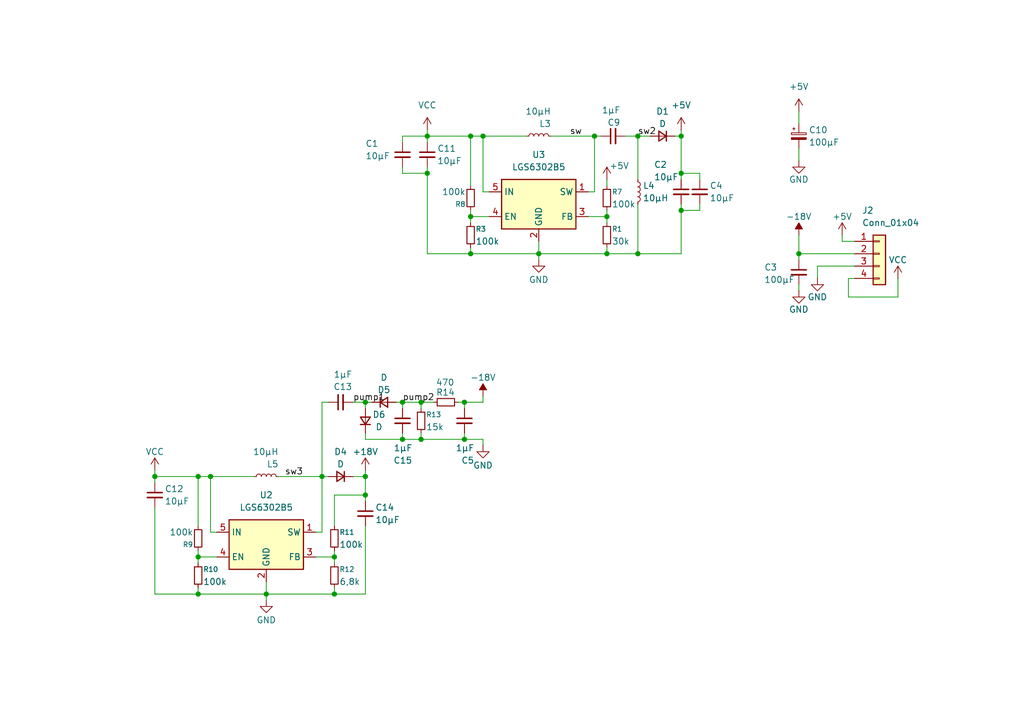
<source format=kicad_sch>
(kicad_sch (version 20250114) (generator "eeschema") (generator_version "9.0")
  (paper "A5")
  (lib_symbols
    (symbol "Connector_Generic:Conn_01x04" (pin_names (offset 1.016) (hide yes))
      (property "Reference" "J" (at 0 5.08 0))
      (property "Value" "Conn_01x04" (at 0 -7.62 0))
      (symbol "Conn_01x04_1_1"
        (rectangle (start -1.27 3.81) (end 1.27 -6.35) (stroke (width 0.254)) (fill (type background)))
        (rectangle (start -1.27 2.667) (end 0 2.413) (stroke (width 0.1524)))
        (rectangle (start -1.27 0.127) (end 0 -0.127) (stroke (width 0.1524)))
        (rectangle (start -1.27 -2.413) (end 0 -2.667) (stroke (width 0.1524)))
        (rectangle (start -1.27 -4.953) (end 0 -5.207) (stroke (width 0.1524)))
        (pin passive line (at -5.08 2.54 0) (length 3.81) (name "Pin_1") (number "1"))
        (pin passive line (at -5.08 0 0) (length 3.81) (name "Pin_2") (number "2"))
        (pin passive line (at -5.08 -2.54 0) (length 3.81) (name "Pin_3") (number "3"))
        (pin passive line (at -5.08 -5.08 0) (length 3.81) (name "Pin_4") (number "4"))
      )
    )
    (symbol "Device:C_Polarized_Small" (pin_numbers (hide yes)) (pin_names (offset 0.254) (hide yes))
      (property "Reference" "C" (at 0.254 1.778 0))
      (property "Value" "C_Polarized_Small" (at 0.254 -2.032 0))
      (symbol "C_Polarized_Small_0_1"
        (rectangle (start -1.524 0.6858) (end 1.524 0.3048))
        (rectangle (start -1.524 -0.3048) (end 1.524 -0.6858) (fill (type outline)))
        (polyline (pts (xy -1.27 1.524) (xy -0.762 1.524)))
        (polyline (pts (xy -1.016 1.27) (xy -1.016 1.778)))
      )
      (symbol "C_Polarized_Small_1_1"
        (pin passive line (at 0 2.54 270) (length 1.8542) (name "~") (number "1"))
        (pin passive line (at 0 -2.54 90) (length 1.8542) (name "~") (number "2"))
      )
    )
    (symbol "Device:C_Small" (pin_numbers (hide yes)) (pin_names (offset 0.254) (hide yes))
      (property "Reference" "C" (at 0.254 1.778 0))
      (property "Value" "C_Small" (at 0.254 -2.032 0))
      (symbol "C_Small_0_1"
        (polyline (pts (xy -1.524 0.508) (xy 1.524 0.508)) (stroke (width 0.3048)))
        (polyline (pts (xy -1.524 -0.508) (xy 1.524 -0.508)) (stroke (width 0.3302)))
      )
      (symbol "C_Small_1_1"
        (pin passive line (at 0 2.54 270) (length 2.032) (name "~") (number "1"))
        (pin passive line (at 0 -2.54 90) (length 2.032) (name "~") (number "2"))
      )
    )
    (symbol "Device:D_Small" (pin_numbers (hide yes)) (pin_names (offset 0.254) (hide yes))
      (property "Reference" "D" (at -1.27 2.032 0))
      (property "Value" "D_Small" (at -3.81 -2.032 0))
      (symbol "D_Small_0_1"
        (polyline (pts (xy -0.762 0) (xy 0.762 0)))
        (polyline (pts (xy -0.762 -1.016) (xy -0.762 1.016)) (stroke (width 0.254)))
        (polyline (pts (xy 0.762 -1.016) (xy -0.762 0) (xy 0.762 1.016) (xy 0.762 -1.016)) (stroke (width 0.254)))
      )
      (symbol "D_Small_1_1"
        (pin passive line (at -2.54 0 0) (length 1.778) (name "K") (number "1"))
        (pin passive line (at 2.54 0 180) (length 1.778) (name "A") (number "2"))
      )
    )
    (symbol "Device:L_Small" (pin_numbers (hide yes)) (pin_names (offset 0.254) (hide yes))
      (property "Reference" "L" (at 0.762 1.016 0))
      (property "Value" "L_Small" (at 0.762 -1.016 0))
      (symbol "L_Small_0_1"
        (arc (start 0 2.032) (mid 0.5058 1.524) (end 0 1.016))
        (arc (start 0 1.016) (mid 0.5058 0.508) (end 0 0))
        (arc (start 0 0) (mid 0.5058 -0.508) (end 0 -1.016))
        (arc (start 0 -1.016) (mid 0.5058 -1.524) (end 0 -2.032))
      )
      (symbol "L_Small_1_1"
        (pin passive line (at 0 2.54 270) (length 0.508) (name "~") (number "1"))
        (pin passive line (at 0 -2.54 90) (length 0.508) (name "~") (number "2"))
      )
    )
    (symbol "Device:R_Small" (pin_numbers (hide yes)) (pin_names (offset 0.254) (hide yes))
      (property "Reference" "R" (at 0 0 90))
      (property "Value" "R_Small" (at 1.778 0 90))
      (symbol "R_Small_0_1"
        (rectangle (start -0.762 1.778) (end 0.762 -1.778) (stroke (width 0.2032)))
      )
      (symbol "R_Small_1_1"
        (pin passive line (at 0 2.54 270) (length 0.762) (name "~") (number "1"))
        (pin passive line (at 0 -2.54 90) (length 0.762) (name "~") (number "2"))
      )
    )
    (symbol "GND_1" (power) (pin_numbers (hide yes)) (pin_names (offset 0) (hide yes))
      (property "Value" "GND" (at 0 -3.81 0))
      (symbol "GND_1_0_1"
        (polyline (pts (xy 0 0) (xy 0 -1.27) (xy 1.27 -1.27) (xy 0 -2.54) (xy -1.27 -1.27) (xy 0 -1.27)))
      )
      (symbol "GND_1_1_1"
        (pin power_in line (at 0 0 270) (length 0) (name "~") (number "1"))
      )
    )
    (symbol "Regulator_Switching:LGS6302B5"
      (property "Reference" "U" (at -7.62 6.35 0))
      (property "Value" "LGS6302B5" (at 2.54 6.35 0))
      (symbol "LGS6302B5_0_1"
        (rectangle (start -7.62 5.08) (end 7.62 -5.08) (stroke (width 0.254)) (fill (type background)))
      )
      (symbol "LGS6302B5_1_1"
        (pin power_in line (at -10.16 2.54 0) (length 2.54) (name "IN") (number "5"))
        (pin input line (at -10.16 -2.54 0) (length 2.54) (name "EN") (number "4"))
        (pin power_in line (at 0 -7.62 90) (length 2.54) (name "GND") (number "2"))
        (pin output line (at 10.16 2.54 180) (length 2.54) (name "SW") (number "1"))
        (pin input line (at 10.16 -2.54 180) (length 2.54) (name "FB") (number "3"))
      )
    )
    (symbol "VCC_1" (power) (pin_numbers (hide yes)) (pin_names (offset 0) (hide yes))
      (property "Value" "VCC" (at 0 3.556 0))
      (symbol "VCC_1_0_1"
        (polyline (pts (xy -0.762 1.27) (xy 0 2.54)))
        (polyline (pts (xy 0 2.54) (xy 0.762 1.27)))
        (polyline (pts (xy 0 0) (xy 0 2.54)))
      )
      (symbol "VCC_1_1_1"
        (pin power_in line (at 0 0 90) (length 0) (name "~") (number "1"))
      )
    )
    (symbol "power:+1V0" (power) (pin_numbers (hide yes)) (pin_names (offset 0) (hide yes))
      (property "Value" "+1V0" (at 0 3.556 0))
      (symbol "+1V0_0_1"
        (polyline (pts (xy -0.762 1.27) (xy 0 2.54)))
        (polyline (pts (xy 0 2.54) (xy 0.762 1.27)))
        (polyline (pts (xy 0 0) (xy 0 2.54)))
      )
      (symbol "+1V0_1_1"
        (pin power_in line (at 0 0 90) (length 0) (name "~") (number "1"))
      )
    )
    (symbol "power:+5V" (power) (pin_numbers (hide yes)) (pin_names (offset 0) (hide yes))
      (property "Value" "+5V" (at 0 3.556 0))
      (symbol "+5V_0_1"
        (polyline (pts (xy -0.762 1.27) (xy 0 2.54)))
        (polyline (pts (xy 0 2.54) (xy 0.762 1.27)))
        (polyline (pts (xy 0 0) (xy 0 2.54)))
      )
      (symbol "+5V_1_1"
        (pin power_in line (at 0 0 90) (length 0) (name "~") (number "1"))
      )
    )
    (symbol "power:-15V" (power) (pin_numbers (hide yes)) (pin_names (offset 0) (hide yes))
      (property "Value" "-15V" (at 0 3.556 0))
      (symbol "-15V_0_0"
        (pin power_in line (at 0 0 90) (length 0) (name "~") (number "1"))
      )
      (symbol "-15V_0_1"
        (polyline (pts (xy 0 0) (xy 0 1.27) (xy 0.762 1.27) (xy 0 2.54) (xy -0.762 1.27) (xy 0 1.27)) (fill (type outline)))
      )
    )
  )
  (junction (at 43.18 97.79))
  (junction (at 96.52 52.07))
  (junction (at 82.55 90.17))
  (junction (at 139.7 43.18))
  (junction (at 95.25 90.17))
  (junction (at 68.58 121.92))
  (junction (at 74.93 82.55))
  (junction (at 124.46 44.45))
  (junction (at 110.49 52.07))
  (junction (at 68.58 114.3))
  (junction (at 66.04 97.79))
  (junction (at 54.61 121.92))
  (junction (at 87.63 27.94))
  (junction (at 99.06 27.94))
  (junction (at 86.36 82.55))
  (junction (at 40.64 114.3))
  (junction (at 95.25 82.55))
  (junction (at 82.55 82.55))
  (junction (at 31.75 97.79))
  (junction (at 74.93 97.79))
  (junction (at 87.63 35.56))
  (junction (at 40.64 121.92))
  (junction (at 139.7 27.94))
  (junction (at 124.46 52.07))
  (junction (at 139.7 35.56))
  (junction (at 163.83 52.07))
  (junction (at 96.52 44.45))
  (junction (at 86.36 90.17))
  (junction (at 96.52 27.94))
  (junction (at 130.81 27.94))
  (junction (at 40.64 97.79))
  (junction (at 121.92 27.94))
  (junction (at 130.81 52.07))
  (junction (at 74.93 101.6))
  (wire (pts (xy 173.99 57.15) (xy 175.26 57.15)))
  (wire (pts (xy 82.55 35.56) (xy 87.63 35.56)))
  (wire (pts (xy 82.55 90.17) (xy 86.36 90.17)))
  (wire (pts (xy 99.06 90.17) (xy 99.06 91.44)))
  (wire (pts (xy 163.83 52.07) (xy 175.26 52.07)))
  (wire (pts (xy 40.64 114.3) (xy 44.45 114.3)))
  (wire (pts (xy 31.75 104.14) (xy 31.75 121.92)))
  (wire (pts (xy 173.99 60.96) (xy 184.15 60.96)))
  (wire (pts (xy 54.61 121.92) (xy 54.61 123.19)))
  (wire (pts (xy 87.63 27.94) (xy 96.52 27.94)))
  (wire (pts (xy 54.61 121.92) (xy 68.58 121.92)))
  (wire (pts (xy 100.33 39.37) (xy 99.06 39.37)))
  (wire (pts (xy 72.39 82.55) (xy 74.93 82.55)))
  (wire (pts (xy 139.7 43.18) (xy 143.51 43.18)))
  (wire (pts (xy 124.46 43.18) (xy 124.46 44.45)))
  (wire (pts (xy 74.93 97.79) (xy 74.93 101.6)))
  (wire (pts (xy 96.52 50.8) (xy 96.52 52.07)))
  (wire (pts (xy 43.18 97.79) (xy 52.07 97.79)))
  (wire (pts (xy 66.04 97.79) (xy 67.31 97.79)))
  (wire (pts (xy 95.25 90.17) (xy 99.06 90.17)))
  (wire (pts (xy 74.93 82.55) (xy 74.93 83.82)))
  (wire (pts (xy 163.83 48.26) (xy 163.83 52.07)))
  (wire (pts (xy 167.64 57.15) (xy 167.64 54.61)))
  (wire (pts (xy 40.64 121.92) (xy 54.61 121.92)))
  (wire (pts (xy 87.63 29.21) (xy 87.63 27.94)))
  (wire (pts (xy 143.51 36.83) (xy 143.51 35.56)))
  (wire (pts (xy 44.45 109.22) (xy 43.18 109.22)))
  (wire (pts (xy 86.36 83.82) (xy 86.36 82.55)))
  (wire (pts (xy 124.46 52.07) (xy 130.81 52.07)))
  (wire (pts (xy 81.28 82.55) (xy 82.55 82.55)))
  (wire (pts (xy 163.83 58.42) (xy 163.83 59.69)))
  (wire (pts (xy 74.93 121.92) (xy 68.58 121.92)))
  (wire (pts (xy 139.7 27.94) (xy 139.7 35.56)))
  (wire (pts (xy 96.52 27.94) (xy 96.52 38.1)))
  (wire (pts (xy 40.64 97.79) (xy 40.64 107.95)))
  (wire (pts (xy 87.63 34.29) (xy 87.63 35.56)))
  (wire (pts (xy 172.72 48.26) (xy 172.72 49.53)))
  (wire (pts (xy 82.55 27.94) (xy 87.63 27.94)))
  (wire (pts (xy 86.36 88.9) (xy 86.36 90.17)))
  (wire (pts (xy 95.25 88.9) (xy 95.25 90.17)))
  (wire (pts (xy 82.55 29.21) (xy 82.55 27.94)))
  (wire (pts (xy 68.58 101.6) (xy 74.93 101.6)))
  (wire (pts (xy 82.55 82.55) (xy 86.36 82.55)))
  (wire (pts (xy 173.99 60.96) (xy 173.99 57.15)))
  (wire (pts (xy 40.64 115.57) (xy 40.64 114.3)))
  (wire (pts (xy 86.36 82.55) (xy 88.9 82.55)))
  (wire (pts (xy 96.52 52.07) (xy 110.49 52.07)))
  (wire (pts (xy 74.93 107.95) (xy 74.93 121.92)))
  (wire (pts (xy 95.25 82.55) (xy 95.25 83.82)))
  (wire (pts (xy 57.15 97.79) (xy 66.04 97.79)))
  (wire (pts (xy 110.49 52.07) (xy 124.46 52.07)))
  (wire (pts (xy 74.93 101.6) (xy 74.93 102.87)))
  (wire (pts (xy 96.52 27.94) (xy 99.06 27.94)))
  (wire (pts (xy 139.7 35.56) (xy 139.7 36.83)))
  (wire (pts (xy 124.46 36.83) (xy 124.46 38.1)))
  (wire (pts (xy 66.04 97.79) (xy 66.04 109.22)))
  (wire (pts (xy 31.75 96.52) (xy 31.75 97.79)))
  (wire (pts (xy 130.81 27.94) (xy 130.81 36.83)))
  (wire (pts (xy 113.03 27.94) (xy 121.92 27.94)))
  (wire (pts (xy 139.7 43.18) (xy 139.7 52.07)))
  (wire (pts (xy 96.52 44.45) (xy 100.33 44.45)))
  (wire (pts (xy 121.92 27.94) (xy 121.92 39.37)))
  (wire (pts (xy 74.93 82.55) (xy 76.2 82.55)))
  (wire (pts (xy 31.75 97.79) (xy 31.75 99.06)))
  (wire (pts (xy 66.04 82.55) (xy 67.31 82.55)))
  (wire (pts (xy 93.98 82.55) (xy 95.25 82.55)))
  (wire (pts (xy 99.06 27.94) (xy 107.95 27.94)))
  (wire (pts (xy 130.81 27.94) (xy 133.35 27.94)))
  (wire (pts (xy 128.27 27.94) (xy 130.81 27.94)))
  (wire (pts (xy 40.64 97.79) (xy 43.18 97.79)))
  (wire (pts (xy 82.55 88.9) (xy 82.55 90.17)))
  (wire (pts (xy 82.55 83.82) (xy 82.55 82.55)))
  (wire (pts (xy 87.63 35.56) (xy 87.63 52.07)))
  (wire (pts (xy 163.83 30.48) (xy 163.83 33.02)))
  (wire (pts (xy 172.72 49.53) (xy 175.26 49.53)))
  (wire (pts (xy 96.52 45.72) (xy 96.52 44.45)))
  (wire (pts (xy 64.77 114.3) (xy 68.58 114.3)))
  (wire (pts (xy 163.83 22.86) (xy 163.83 25.4)))
  (wire (pts (xy 139.7 26.67) (xy 139.7 27.94)))
  (wire (pts (xy 68.58 101.6) (xy 68.58 107.95)))
  (wire (pts (xy 74.93 88.9) (xy 74.93 90.17)))
  (wire (pts (xy 68.58 120.65) (xy 68.58 121.92)))
  (wire (pts (xy 72.39 97.79) (xy 74.93 97.79)))
  (wire (pts (xy 99.06 81.28) (xy 99.06 82.55)))
  (wire (pts (xy 86.36 90.17) (xy 95.25 90.17)))
  (wire (pts (xy 74.93 96.52) (xy 74.93 97.79)))
  (wire (pts (xy 124.46 45.72) (xy 124.46 44.45)))
  (wire (pts (xy 110.49 49.53) (xy 110.49 52.07)))
  (wire (pts (xy 130.81 41.91) (xy 130.81 52.07)))
  (wire (pts (xy 40.64 113.03) (xy 40.64 114.3)))
  (wire (pts (xy 68.58 113.03) (xy 68.58 114.3)))
  (wire (pts (xy 123.19 27.94) (xy 121.92 27.94)))
  (wire (pts (xy 43.18 109.22) (xy 43.18 97.79)))
  (wire (pts (xy 68.58 115.57) (xy 68.58 114.3)))
  (wire (pts (xy 167.64 54.61) (xy 175.26 54.61)))
  (wire (pts (xy 184.15 57.15) (xy 184.15 60.96)))
  (wire (pts (xy 87.63 52.07) (xy 96.52 52.07)))
  (wire (pts (xy 40.64 120.65) (xy 40.64 121.92)))
  (wire (pts (xy 130.81 52.07) (xy 139.7 52.07)))
  (wire (pts (xy 66.04 109.22) (xy 64.77 109.22)))
  (wire (pts (xy 96.52 43.18) (xy 96.52 44.45)))
  (wire (pts (xy 110.49 52.07) (xy 110.49 53.34)))
  (wire (pts (xy 99.06 39.37) (xy 99.06 27.94)))
  (wire (pts (xy 143.51 41.91) (xy 143.51 43.18)))
  (wire (pts (xy 74.93 90.17) (xy 82.55 90.17)))
  (wire (pts (xy 95.25 82.55) (xy 99.06 82.55)))
  (wire (pts (xy 31.75 121.92) (xy 40.64 121.92)))
  (wire (pts (xy 87.63 26.67) (xy 87.63 27.94)))
  (wire (pts (xy 66.04 82.55) (xy 66.04 97.79)))
  (wire (pts (xy 124.46 50.8) (xy 124.46 52.07)))
  (wire (pts (xy 120.65 39.37) (xy 121.92 39.37)))
  (wire (pts (xy 138.43 27.94) (xy 139.7 27.94)))
  (wire (pts (xy 82.55 34.29) (xy 82.55 35.56)))
  (wire (pts (xy 54.61 119.38) (xy 54.61 121.92)))
  (wire (pts (xy 31.75 97.79) (xy 40.64 97.79)))
  (wire (pts (xy 139.7 41.91) (xy 139.7 43.18)))
  (wire (pts (xy 139.7 35.56) (xy 143.51 35.56)))
  (wire (pts (xy 163.83 52.07) (xy 163.83 53.34)))
  (wire (pts (xy 120.65 44.45) (xy 124.46 44.45)))
  (label "pump1" (at 72.39 82.55 0))
  (label "sw" (at 116.84 27.94 0))
  (label "sw3" (at 58.42 97.79 0))
  (label "sw2" (at 130.81 27.94 0))
  (label "pump2" (at 82.55 82.55 0))
  (symbol (lib_name "GND_1") (lib_id "power:GND") (at 163.83 59.69 0) (unit 1)
    (property "Reference" "#PWR016" (effects (hide yes)))
    (property "Value" "GND" (at 163.83 63.5 0))
    (property "Description" "Power symbol creates a global label with name \"GND\" , ground" (effects (hide yes)))
  )
  (symbol (lib_id "Device:C_Small") (at 74.93 105.41 0) (unit 1)
    (property "Reference" "C14" (at 76.962 104.14 0) (effects (justify left)))
    (property "Value" "10µF" (at 76.962 106.68 0) (effects (justify left)))
    (property "Footprint" "Capacitor_SMD:C_0805_2012Metric" (effects (hide yes)))
    (property "Description" "Unpolarized capacitor, small symbol" (effects (hide yes)))
  )
  (symbol (lib_id "Device:C_Small") (at 95.25 86.36 0) (unit 1)
    (property "Reference" "C5" (at 97.282 94.488 0) (effects (justify right)))
    (property "Value" "1µF" (at 97.282 91.948 0) (effects (justify right)))
    (property "Footprint" "Capacitor_SMD:C_0603_1608Metric" (effects (hide yes)))
    (property "Description" "Unpolarized capacitor, small symbol" (effects (hide yes)))
  )
  (symbol (lib_id "Device:D_Small") (at 135.89 27.94 180) (unit 1)
    (property "Reference" "D1" (at 135.89 22.86 0))
    (property "Value" "D" (at 135.89 25.4 0))
    (property "Footprint" "Diode_SMD:D_SOD-323" (effects (hide yes)))
    (property "Description" "Diode, small symbol" (effects (hide yes)))
    (property "Sim.Device" "D" (effects (hide yes)))
    (property "Sim.Pins" "1=K 2=A" (effects (hide yes)))
  )
  (symbol (lib_id "Connector_Generic:Conn_01x04") (at 180.34 52.07 0) (unit 1)
    (property "Reference" "J2" (at 176.784 43.18 0) (effects (justify left)))
    (property "Value" "Conn_01x04" (at 176.784 45.72 0) (effects (justify left)))
    (property "Footprint" "Connector_PinHeader_2.54mm:PinHeader_1x04_P2.54mm_Vertical" (effects (hide yes)))
    (property "Description" "Generic connector, single row, 01x04, script generated (kicad-library-utils/schlib/autogen/connector/)" (effects (hide yes)))
  )
  (symbol (lib_id "Device:D_Small") (at 78.74 82.55 0) (unit 1)
    (property "Reference" "D5" (at 78.74 80.01 0))
    (property "Value" "D" (at 78.74 77.47 0))
    (property "Footprint" "Diode_SMD:D_SOD-323" (effects (hide yes)))
    (property "Description" "Diode, small symbol" (effects (hide yes)))
    (property "Sim.Device" "D" (effects (hide yes)))
    (property "Sim.Pins" "1=K 2=A" (effects (hide yes)))
  )
  (symbol (lib_name "VCC_1") (lib_id "power:VCC") (at 184.15 57.15 0) (unit 1)
    (property "Reference" "#PWR021" (effects (hide yes)))
    (property "Value" "VCC" (at 184.15 53.34 0))
    (property "Description" "Power symbol creates a global label with name \"VCC\"" (effects (hide yes)))
  )
  (symbol (lib_id "Device:R_Small") (at 68.58 110.49 0) (unit 1)
    (property "Reference" "R11" (at 69.596 109.22 0) (effects (font (size 1.016 1.016)) (justify left)))
    (property "Value" "100k" (at 69.596 111.76 0) (effects (justify left)))
    (property "Footprint" "Resistor_SMD:R_0603_1608Metric" (effects (hide yes)))
    (property "Description" "Resistor, small symbol" (effects (hide yes)))
  )
  (symbol (lib_id "Device:L_Small") (at 110.49 27.94 90) (unit 1)
    (property "Reference" "L3" (at 113.03 25.4 90) (effects (justify left)))
    (property "Value" "10µH" (at 113.03 22.86 90) (effects (justify left)))
    (property "Footprint" "Inductor_SMD:L_APV_ANR5040" (effects (hide yes)))
    (property "Description" "Inductor, small symbol" (effects (hide yes)))
  )
  (symbol (lib_id "Device:L_Small") (at 54.61 97.79 90) (unit 1)
    (property "Reference" "L5" (at 57.15 95.25 90) (effects (justify left)))
    (property "Value" "10µH" (at 57.15 92.71 90) (effects (justify left)))
    (property "Footprint" "Inductor_SMD:L_APV_ANR5040" (effects (hide yes)))
    (property "Description" "Inductor, small symbol" (effects (hide yes)))
  )
  (symbol (lib_id "Regulator_Switching:LGS6302B5") (at 54.61 111.76 0) (unit 1)
    (property "Reference" "U2" (at 54.61 101.6 0))
    (property "Value" "LGS6302B5" (at 54.61 104.14 0))
    (property "Footprint" "Package_TO_SOT_SMD:SOT-23-5" (effects (hide yes)))
    (property "Datasheet" "https://datasheet.lcsc.com/lcsc/2304071430_Legend-Si-LGS6302_C5123975.pdf" (effects (hide yes)))
    (property "Description" "1.5A, 1.2MHz Boost DC/DC Converter, adjustable 3-60V output voltage, SOT-23-5" (effects (hide yes)))
  )
  (symbol (lib_id "Device:C_Small") (at 31.75 101.6 0) (unit 1)
    (property "Reference" "C12" (at 33.782 100.33 0) (effects (justify left)))
    (property "Value" "10µF" (at 33.782 102.87 0) (effects (justify left)))
    (property "Footprint" "Capacitor_SMD:C_0805_2012Metric" (effects (hide yes)))
    (property "Description" "Unpolarized capacitor, small symbol" (effects (hide yes)))
  )
  (symbol (lib_id "Device:D_Small") (at 74.93 86.36 90) (unit 1)
    (property "Reference" "D6" (at 77.724 85.09 90))
    (property "Value" "D" (at 77.724 87.63 90))
    (property "Footprint" "Diode_SMD:D_SOD-323" (effects (hide yes)))
    (property "Description" "Diode, small symbol" (effects (hide yes)))
    (property "Sim.Device" "D" (effects (hide yes)))
    (property "Sim.Pins" "1=K 2=A" (effects (hide yes)))
  )
  (symbol (lib_name "GND_1") (lib_id "power:GND") (at 54.61 123.19 0) (unit 1)
    (property "Reference" "#PWR025" (effects (hide yes)))
    (property "Value" "GND" (at 54.61 127.254 0))
    (property "Description" "Power symbol creates a global label with name \"GND\" , ground" (effects (hide yes)))
  )
  (symbol (lib_id "Device:D_Small") (at 69.85 97.79 180) (unit 1)
    (property "Reference" "D4" (at 69.85 92.71 0))
    (property "Value" "D" (at 69.85 95.25 0))
    (property "Footprint" "Diode_SMD:D_SOD-323" (effects (hide yes)))
    (property "Description" "Diode, small symbol" (effects (hide yes)))
    (property "Sim.Device" "D" (effects (hide yes)))
    (property "Sim.Pins" "1=K 2=A" (effects (hide yes)))
  )
  (symbol (lib_id "Device:R_Small") (at 68.58 118.11 0) (unit 1)
    (property "Reference" "R12" (at 69.596 116.84 0) (effects (font (size 1.016 1.016)) (justify left)))
    (property "Value" "6,8k" (at 69.596 119.38 0) (effects (justify left)))
    (property "Footprint" "Resistor_SMD:R_0603_1608Metric" (effects (hide yes)))
    (property "Description" "Resistor, small symbol" (effects (hide yes)))
  )
  (symbol (lib_id "Device:R_Small") (at 124.46 48.26 0) (unit 1)
    (property "Reference" "R1" (at 125.476 46.99 0) (effects (font (size 1.016 1.016)) (justify left)))
    (property "Value" "30k" (at 125.476 49.53 0) (effects (justify left)))
    (property "Footprint" "Resistor_SMD:R_0603_1608Metric" (effects (hide yes)))
    (property "Description" "Resistor, small symbol" (effects (hide yes)))
  )
  (symbol (lib_id "Device:C_Small") (at 87.63 31.75 0) (unit 1)
    (property "Reference" "C11" (at 89.662 30.48 0) (effects (justify left)))
    (property "Value" "10µF" (at 89.662 33.02 0) (effects (justify left)))
    (property "Footprint" "Capacitor_SMD:C_0805_2012Metric" (effects (hide yes)))
    (property "Description" "Unpolarized capacitor, small symbol" (effects (hide yes)))
  )
  (symbol (lib_id "power:-15V") (at 99.06 81.28 0) (unit 1)
    (property "Reference" "#PWR02" (effects (hide yes)))
    (property "Value" "-18V" (at 99.06 77.47 0))
    (property "Description" "Power symbol creates a global label with name \"-15V\"" (effects (hide yes)))
  )
  (symbol (lib_id "Device:C_Small") (at 82.55 31.75 0) (unit 1)
    (property "Reference" "C1" (at 74.93 29.464 0) (effects (justify left)))
    (property "Value" "10µF" (at 74.93 32.004 0) (effects (justify left)))
    (property "Footprint" "Capacitor_SMD:C_0805_2012Metric" (effects (hide yes)))
    (property "Description" "Unpolarized capacitor, small symbol" (effects (hide yes)))
  )
  (symbol (lib_id "Device:L_Small") (at 130.81 39.37 0) (unit 1)
    (property "Reference" "L4" (at 131.826 38.1 0) (effects (justify left)))
    (property "Value" "10µH" (at 131.826 40.64 0) (effects (justify left)))
    (property "Footprint" "Inductor_SMD:L_APV_ANR5040" (effects (hide yes)))
    (property "Description" "Inductor, small symbol" (effects (hide yes)))
  )
  (symbol (lib_id "Device:R_Small") (at 96.52 40.64 180) (unit 1)
    (property "Reference" "R8" (at 95.504 41.91 0) (effects (font (size 1.016 1.016)) (justify left)))
    (property "Value" "100k" (at 95.504 39.37 0) (effects (justify left)))
    (property "Footprint" "Resistor_SMD:R_0603_1608Metric" (effects (hide yes)))
    (property "Description" "Resistor, small symbol" (effects (hide yes)))
  )
  (symbol (lib_id "power:-15V") (at 163.83 48.26 0) (unit 1)
    (property "Reference" "#PWR04" (effects (hide yes)))
    (property "Value" "-18V" (at 163.83 44.45 0))
    (property "Description" "Power symbol creates a global label with name \"-15V\"" (effects (hide yes)))
  )
  (symbol (lib_id "Device:R_Small") (at 96.52 48.26 0) (unit 1)
    (property "Reference" "R3" (at 97.536 46.99 0) (effects (font (size 1.016 1.016)) (justify left)))
    (property "Value" "100k" (at 97.536 49.53 0) (effects (justify left)))
    (property "Footprint" "Resistor_SMD:R_0603_1608Metric" (effects (hide yes)))
    (property "Description" "Resistor, small symbol" (effects (hide yes)))
  )
  (symbol (lib_id "power:+5V") (at 139.7 26.67 0) (unit 1)
    (property "Reference" "#PWR06" (effects (hide yes)))
    (property "Value" "+5V" (at 139.7 21.59 0))
    (property "Description" "Power symbol creates a global label with name \"+5V\"" (effects (hide yes)))
  )
  (symbol (lib_name "GND_1") (lib_id "power:GND") (at 167.64 57.15 0) (unit 1)
    (property "Reference" "#PWR020" (effects (hide yes)))
    (property "Value" "GND" (at 167.64 60.96 0))
    (property "Description" "Power symbol creates a global label with name \"GND\" , ground" (effects (hide yes)))
  )
  (symbol (lib_name "VCC_1") (lib_id "power:VCC") (at 31.75 96.52 0) (unit 1)
    (property "Reference" "#PWR024" (effects (hide yes)))
    (property "Value" "VCC" (at 31.75 92.71 0))
    (property "Description" "Power symbol creates a global label with name \"VCC\"" (effects (hide yes)))
  )
  (symbol (lib_id "power:+1V0") (at 74.93 96.52 0) (unit 1)
    (property "Reference" "#PWR05" (effects (hide yes)))
    (property "Value" "+18V" (at 74.93 92.71 0))
    (property "Description" "Power symbol creates a global label with name \"+1V0\"" (effects (hide yes)))
  )
  (symbol (lib_id "Device:R_Small") (at 86.36 86.36 0) (unit 1)
    (property "Reference" "R13" (at 87.376 85.09 0) (effects (font (size 1.016 1.016)) (justify left)))
    (property "Value" "15k" (at 87.376 87.63 0) (effects (justify left)))
    (property "Footprint" "Resistor_SMD:R_0603_1608Metric" (effects (hide yes)))
    (property "Description" "Resistor, small symbol" (effects (hide yes)))
  )
  (symbol (lib_id "Device:R_Small") (at 40.64 110.49 180) (unit 1)
    (property "Reference" "R9" (at 39.624 111.76 0) (effects (font (size 1.016 1.016)) (justify left)))
    (property "Value" "100k" (at 39.624 109.22 0) (effects (justify left)))
    (property "Footprint" "Resistor_SMD:R_0603_1608Metric" (effects (hide yes)))
    (property "Description" "Resistor, small symbol" (effects (hide yes)))
  )
  (symbol (lib_id "Regulator_Switching:LGS6302B5") (at 110.49 41.91 0) (unit 1)
    (property "Reference" "U3" (at 110.49 31.75 0))
    (property "Value" "LGS6302B5" (at 110.49 34.29 0))
    (property "Footprint" "Package_TO_SOT_SMD:SOT-23-5" (effects (hide yes)))
    (property "Datasheet" "https://datasheet.lcsc.com/lcsc/2304071430_Legend-Si-LGS6302_C5123975.pdf" (effects (hide yes)))
    (property "Description" "1.5A, 1.2MHz Boost DC/DC Converter, adjustable 3-60V output voltage, SOT-23-5" (effects (hide yes)))
  )
  (symbol (lib_id "power:+5V") (at 124.46 36.83 0) (unit 1)
    (property "Reference" "#PWR023" (effects (hide yes)))
    (property "Value" "+5V" (at 127 34.036 0))
    (property "Description" "Power symbol creates a global label with name \"+5V\"" (effects (hide yes)))
  )
  (symbol (lib_name "GND_1") (lib_id "power:GND") (at 163.83 33.02 0) (unit 1)
    (property "Reference" "#PWR015" (effects (hide yes)))
    (property "Value" "GND" (at 163.83 36.83 0))
    (property "Description" "Power symbol creates a global label with name \"GND\" , ground" (effects (hide yes)))
  )
  (symbol (lib_name "GND_1") (lib_id "power:GND") (at 110.49 53.34 0) (unit 1)
    (property "Reference" "#PWR09" (effects (hide yes)))
    (property "Value" "GND" (at 110.49 57.404 0))
    (property "Description" "Power symbol creates a global label with name \"GND\" , ground" (effects (hide yes)))
  )
  (symbol (lib_id "Device:R_Small") (at 40.64 118.11 0) (unit 1)
    (property "Reference" "R10" (at 41.656 116.84 0) (effects (font (size 1.016 1.016)) (justify left)))
    (property "Value" "100k" (at 41.656 119.38 0) (effects (justify left)))
    (property "Footprint" "Resistor_SMD:R_0603_1608Metric" (effects (hide yes)))
    (property "Description" "Resistor, small symbol" (effects (hide yes)))
  )
  (symbol (lib_id "power:+5V") (at 163.83 22.86 0) (unit 1)
    (property "Reference" "#PWR013" (effects (hide yes)))
    (property "Value" "+5V" (at 163.83 17.78 0))
    (property "Description" "Power symbol creates a global label with name \"+5V\"" (effects (hide yes)))
  )
  (symbol (lib_name "VCC_1") (lib_id "power:VCC") (at 87.63 26.67 0) (unit 1)
    (property "Reference" "#PWR08" (effects (hide yes)))
    (property "Value" "VCC" (at 87.63 21.59 0))
    (property "Description" "Power symbol creates a global label with name \"VCC\"" (effects (hide yes)))
  )
  (symbol (lib_id "power:+5V") (at 172.72 48.26 0) (unit 1)
    (property "Reference" "#PWR01" (effects (hide yes)))
    (property "Value" "+5V" (at 172.72 44.45 0))
    (property "Description" "Power symbol creates a global label with name \"+5V\"" (effects (hide yes)))
  )
  (symbol (lib_id "Device:C_Small") (at 143.51 39.37 0) (unit 1)
    (property "Reference" "C4" (at 145.542 38.1 0) (effects (justify left)))
    (property "Value" "10µF" (at 145.542 40.64 0) (effects (justify left)))
    (property "Footprint" "Capacitor_SMD:C_0805_2012Metric" (effects (hide yes)))
    (property "Description" "Unpolarized capacitor, small symbol" (effects (hide yes)))
  )
  (symbol (lib_id "Device:C_Small") (at 163.83 55.88 0) (unit 1)
    (property "Reference" "C3" (at 156.718 54.864 0) (effects (justify left)))
    (property "Value" "100µF" (at 156.718 57.404 0) (effects (justify left)))
    (property "Footprint" "Capacitor_SMD:C_1206_3216Metric" (effects (hide yes)))
    (property "Description" "Unpolarized capacitor, small symbol" (effects (hide yes)))
  )
  (symbol (lib_id "Device:C_Small") (at 69.85 82.55 90) (unit 1)
    (property "Reference" "C13" (at 72.263 79.375 90) (effects (justify left)))
    (property "Value" "1µF" (at 72.263 76.835 90) (effects (justify left)))
    (property "Footprint" "Capacitor_SMD:C_0603_1608Metric" (effects (hide yes)))
    (property "Description" "Unpolarized capacitor, small symbol" (effects (hide yes)))
  )
  (symbol (lib_id "Device:C_Small") (at 139.7 39.37 0) (unit 1)
    (property "Reference" "C2" (at 134.112 33.782 0) (effects (justify left)))
    (property "Value" "10µF" (at 134.112 36.322 0) (effects (justify left)))
    (property "Footprint" "Capacitor_SMD:C_0805_2012Metric" (effects (hide yes)))
    (property "Description" "Unpolarized capacitor, small symbol" (effects (hide yes)))
  )
  (symbol (lib_id "Device:R_Small") (at 91.44 82.55 90) (mirror x) (unit 1)
    (property "Reference" "R14" (at 89.408 80.518 90) (effects (justify right)))
    (property "Value" "470" (at 93.218 78.486 90) (effects (justify left)))
    (property "Footprint" "Resistor_SMD:R_0603_1608Metric" (effects (hide yes)))
  )
  (symbol (lib_id "Device:C_Small") (at 125.73 27.94 90) (unit 1)
    (property "Reference" "C9" (at 127.254 25.146 90) (effects (justify left)))
    (property "Value" "1µF" (at 127.254 22.606 90) (effects (justify left)))
    (property "Footprint" "Capacitor_SMD:C_0603_1608Metric" (effects (hide yes)))
    (property "Description" "Unpolarized capacitor, small symbol" (effects (hide yes)))
  )
  (symbol (lib_id "Device:C_Small") (at 82.55 86.36 0) (unit 1)
    (property "Reference" "C15" (at 84.582 94.488 0) (effects (justify right)))
    (property "Value" "1µF" (at 84.582 91.948 0) (effects (justify right)))
    (property "Footprint" "Capacitor_SMD:C_0603_1608Metric" (effects (hide yes)))
    (property "Description" "Unpolarized capacitor, small symbol" (effects (hide yes)))
  )
  (symbol (lib_id "Device:C_Polarized_Small") (at 163.83 27.94 0) (unit 1)
    (property "Reference" "C10" (at 165.862 26.67 0) (effects (justify left)))
    (property "Value" "100µF" (at 165.862 29.21 0) (effects (justify left)))
    (property "Footprint" "Capacitor_SMD:C_1206_3216Metric" (effects (hide yes)))
    (property "Description" "Polarized capacitor, small symbol" (effects (hide yes)))
  )
  (symbol (lib_name "GND_1") (lib_id "power:GND") (at 99.06 91.44 0) (unit 1)
    (property "Reference" "#PWR028" (effects (hide yes)))
    (property "Value" "GND" (at 99.06 95.504 0))
    (property "Description" "Power symbol creates a global label with name \"GND\" , ground" (effects (hide yes)))
  )
  (symbol (lib_id "Device:R_Small") (at 124.46 40.64 0) (unit 1)
    (property "Reference" "R7" (at 125.476 39.37 0) (effects (font (size 1.016 1.016)) (justify left)))
    (property "Value" "100k" (at 125.476 41.91 0) (effects (justify left)))
    (property "Footprint" "Resistor_SMD:R_0603_1608Metric" (effects (hide yes)))
    (property "Description" "Resistor, small symbol" (effects (hide yes)))
  )
)
</source>
